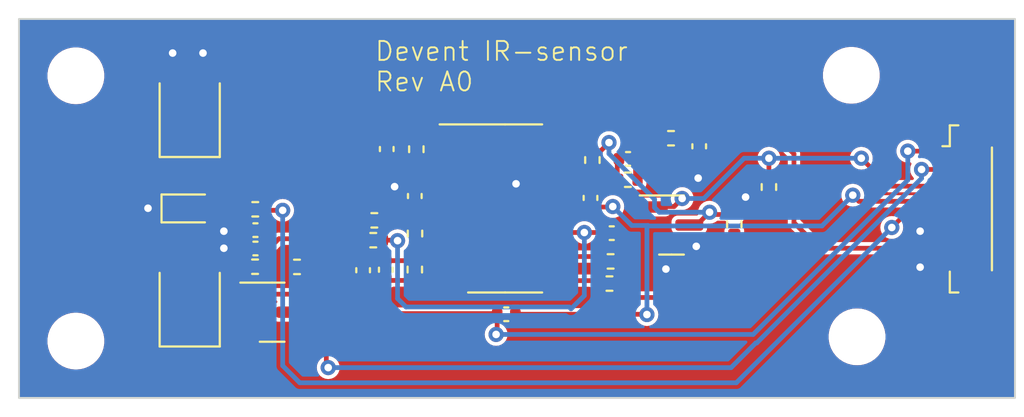
<source format=kicad_pcb>
(kicad_pcb (version 20221018) (generator pcbnew)
  (layers (0 "F.Cu" signal) (31 "B.Cu" signal) (34 "B.Paste" user) (35 "F.Paste" user) (36 "B.SilkS" user "B.Silkscreen") (37 "F.SilkS" user "F.Silkscreen") (38 "B.Mask" user) (39 "F.Mask" user) (44 "Edge.Cuts" user))
  (net 0 "")
  (net 1 "Net-(U1C-+)")
  (net 2 "GND")
  (net 3 "Net-(D1-K)")
  (net 4 "Net-(U1B-+)")
  (net 5 "Net-(D2-K)")
  (net 6 "Net-(U1B--)")
  (net 7 "/PWM_SEND")
  (net 8 "/PWM_RCV")
  (net 9 "Net-(U1C--)")
  (net 10 "+2V5")
  (net 11 "Net-(C5-Pad2)")
  (net 12 "Net-(C6-Pad1)")
  (net 13 "Net-(Q2-D)")
  (net 14 "Net-(R4-Pad1)")
  (net 15 "/DOG")
  (net 16 "-2V5")
  (net 17 "Net-(D1-A)")
  (net 18 "/INDICATOR")
  (net 19 "Net-(D3-A)")
  (net 20 "Net-(C13-Pad1)")
  (net 21 "Net-(U1D--)")
  (footprint "LED_SMD:LED_0603_1608Metric" (layer "F.Cu") (at 59 60)
    (fp_text reference "D3" hide)
    (fp_text value "LED" hide)
    (fp_line (start -1.485 -0.735) (end -1.485 0.735) (stroke (width 0.12)) (layer "F.SilkS"))
    (fp_line (start -1.485 0.735) (end 0.8 0.735) (stroke (width 0.12)) (layer "F.SilkS"))
    (fp_line (start 0.8 -0.735) (end -1.485 -0.735) (stroke (width 0.12)) (layer "F.SilkS"))
    (pad "1" smd roundrect (at -0.7875 0) (size 0.875 0.95) (layers "F.Cu" "F.Paste" "F.Mask") (net 2 "GND"))
    (pad "2" smd roundrect (at 0.7875 0) (size 0.875 0.95) (layers "F.Cu" "F.Paste" "F.Mask") (net 19 "Net-(D3-A)"))
  )
  (footprint "MountingHole:MountingHole_2.5mm" (layer "F.Cu") (at 53 67)
    (fp_text reference "H4" hide)
    (fp_text value "MountingHole" hide)
    (pad "" np_thru_hole circle (at 0 0) (size 2.5 2.5) (drill 2.5) (layers "*.Cu" "*.Mask"))
  )
  (footprint "Connector_JST:JST_SUR_BM08B-SURS-TF_1x08-1MP_P0.80mm_Vertical" (layer "F.Cu") (at 100.075 60.025 -90)
    (fp_text reference "J1" hide)
    (fp_text value "Conn_01x06_Pin" hide)
    (fp_line (start -4.41 0.56) (end -4.41 1.01) (stroke (width 0.12)) (layer "F.SilkS"))
    (fp_line (start -4.41 1.01) (end -3.31 1.01) (stroke (width 0.12)) (layer "F.SilkS"))
    (fp_line (start -3.31 1.01) (end -3.31 1.4) (stroke (width 0.12)) (layer "F.SilkS"))
    (fp_line (start -3.24 -1.21) (end 3.24 -1.21) (stroke (width 0.12)) (layer "F.SilkS"))
    (fp_line (start 4.41 0.56) (end 4.41 1.01) (stroke (width 0.12)) (layer "F.SilkS"))
    (fp_line (start 4.41 1.01) (end 3.31 1.01) (stroke (width 0.12)) (layer "F.SilkS"))
    (pad "1" smd roundrect (at -2.8 0.85 270) (size 0.5 1.1) (layers "F.Cu" "F.Paste" "F.Mask") (net 10 "+2V5"))
    (pad "2" smd roundrect (at -2 0.85 270) (size 0.5 1.1) (layers "F.Cu" "F.Paste" "F.Mask") (net 7 "/PWM_SEND"))
    (pad "3" smd roundrect (at -1.2 0.85 270) (size 0.5 1.1) (layers "F.Cu" "F.Paste" "F.Mask") (net 8 "/PWM_RCV"))
    (pad "4" smd roundrect (at -0.4 0.85 270) (size 0.5 1.1) (layers "F.Cu" "F.Paste" "F.Mask") (net 16 "-2V5"))
    (pad "5" smd roundrect (at 0.4 0.85 270) (size 0.5 1.1) (layers "F.Cu" "F.Paste" "F.Mask") (net 18 "/INDICATOR"))
    (pad "6" smd roundrect (at 1.2 0.85 270) (size 0.5 1.1) (layers "F.Cu" "F.Paste" "F.Mask") (net 2 "GND"))
    (pad "7" smd roundrect (at 2 0.85 270) (size 0.5 1.1) (layers "F.Cu" "F.Paste" "F.Mask") (net 15 "/DOG"))
    (pad "8" smd roundrect (at 2.8 0.85 270) (size 0.5 1.1) (layers "F.Cu" "F.Paste" "F.Mask") (net 2 "GND"))
    (pad "MP" smd roundrect (at -4.1 -0.55 270) (size 1.2 1.7) (layers "F.Cu" "F.Paste" "F.Mask") (roundrect_rratio 0.2083333333))
    (pad "MP" smd roundrect (at 4.1 -0.55 270) (size 1.2 1.7) (layers "F.Cu" "F.Paste" "F.Mask") (roundrect_rratio 0.2083333333))
  )
  (footprint "Resistor_SMD:R_0402_1005Metric" (layer "F.Cu") (at 70.875 61.325 -90)
    (fp_text reference "R3" hide)
    (fp_text value "1k" hide)
    (fp_line (start -0.153641 -0.38) (end 0.153641 -0.38) (stroke (width 0.12)) (layer "F.SilkS"))
    (fp_line (start -0.153641 0.38) (end 0.153641 0.38) (stroke (width 0.12)) (layer "F.SilkS"))
    (pad "1" smd roundrect (at -0.51 0 270) (size 0.54 0.64) (layers "F.Cu" "F.Paste" "F.Mask") (net 2 "GND"))
    (pad "2" smd roundrect (at 0.51 0 270) (size 0.54 0.64) (layers "F.Cu" "F.Paste" "F.Mask") (net 6 "Net-(U1B--)"))
  )
  (footprint "Capacitor_SMD:C_0402_1005Metric" (layer "F.Cu") (at 62.465 61.145 180)
    (fp_text reference "C7" hide)
    (fp_text value "2.2u" hide)
    (fp_line (start -0.107836 -0.36) (end 0.107836 -0.36) (stroke (width 0.12)) (layer "F.SilkS"))
    (fp_line (start -0.107836 0.36) (end 0.107836 0.36) (stroke (width 0.12)) (layer "F.SilkS"))
    (pad "1" smd roundrect (at -0.48 0 180) (size 0.56 0.62) (layers "F.Cu" "F.Paste" "F.Mask") (net 10 "+2V5"))
    (pad "2" smd roundrect (at 0.48 0 180) (size 0.56 0.62) (layers "F.Cu" "F.Paste" "F.Mask") (net 2 "GND"))
  )
  (footprint "Capacitor_SMD:C_0402_1005Metric" (layer "F.Cu") (at 69.335 63.235 -90)
    (fp_text reference "C5" hide)
    (fp_text value "10n" hide)
    (fp_line (start -0.107836 -0.36) (end 0.107836 -0.36) (stroke (width 0.12)) (layer "F.SilkS"))
    (fp_line (start -0.107836 0.36) (end 0.107836 0.36) (stroke (width 0.12)) (layer "F.SilkS"))
    (pad "1" smd roundrect (at -0.48 0 270) (size 0.56 0.62) (layers "F.Cu" "F.Paste" "F.Mask") (net 6 "Net-(U1B--)"))
    (pad "2" smd roundrect (at 0.48 0 270) (size 0.56 0.62) (layers "F.Cu" "F.Paste" "F.Mask") (net 11 "Net-(C5-Pad2)"))
  )
  (footprint "Resistor_SMD:R_0402_1005Metric" (layer "F.Cu") (at 64.655 63.085)
    (fp_text reference "R12" hide)
    (fp_text value "100k" hide)
    (fp_line (start -0.153641 -0.38) (end 0.153641 -0.38) (stroke (width 0.12)) (layer "F.SilkS"))
    (fp_line (start -0.153641 0.38) (end 0.153641 0.38) (stroke (width 0.12)) (layer "F.SilkS"))
    (pad "1" smd roundrect (at -0.51 0) (size 0.54 0.64) (layers "F.Cu" "F.Paste" "F.Mask") (net 2 "GND"))
    (pad "2" smd roundrect (at 0.51 0) (size 0.54 0.64) (layers "F.Cu" "F.Paste" "F.Mask") (net 7 "/PWM_SEND"))
  )
  (footprint "Package_SO:SOIC-14_3.9x8.7mm_P1.27mm" (layer "F.Cu") (at 75.625 60)
    (fp_text reference "U1" hide)
    (fp_text value "MCP6004" hide)
    (fp_line (start 0 -4.435) (end -3.45 -4.435) (stroke (width 0.12)) (layer "F.SilkS"))
    (fp_line (start 0 -4.435) (end 1.95 -4.435) (stroke (width 0.12)) (layer "F.SilkS"))
    (fp_line (start 0 4.435) (end -1.95 4.435) (stroke (width 0.12)) (layer "F.SilkS"))
    (fp_line (start 0 4.435) (end 1.95 4.435) (stroke (width 0.12)) (layer "F.SilkS"))
    (pad "1" smd roundrect (at -2.475 -3.81) (size 1.95 0.6) (layers "F.Cu" "F.Paste" "F.Mask") (net 4 "Net-(U1B-+)"))
    (pad "2" smd roundrect (at -2.475 -2.54) (size 1.95 0.6) (layers "F.Cu" "F.Paste" "F.Mask") (net 5 "Net-(D2-K)"))
    (pad "3" smd roundrect (at -2.475 -1.27) (size 1.95 0.6) (layers "F.Cu" "F.Paste" "F.Mask") (net 2 "GND"))
    (pad "4" smd roundrect (at -2.475 0) (size 1.95 0.6) (layers "F.Cu" "F.Paste" "F.Mask") (net 10 "+2V5"))
    (pad "5" smd roundrect (at -2.475 1.27) (size 1.95 0.6) (layers "F.Cu" "F.Paste" "F.Mask") (net 4 "Net-(U1B-+)"))
    (pad "6" smd roundrect (at -2.475 2.54) (size 1.95 0.6) (layers "F.Cu" "F.Paste" "F.Mask") (net 6 "Net-(U1B--)"))
    (pad "7" smd roundrect (at -2.475 3.81) (size 1.95 0.6) (layers "F.Cu" "F.Paste" "F.Mask") (net 11 "Net-(C5-Pad2)"))
    (pad "8" smd roundrect (at 2.475 3.81) (size 1.95 0.6) (layers "F.Cu" "F.Paste" "F.Mask") (net 14 "Net-(R4-Pad1)"))
    (pad "9" smd roundrect (at 2.475 2.54) (size 1.95 0.6) (layers "F.Cu" "F.Paste" "F.Mask") (net 9 "Net-(U1C--)"))
    (pad "10" smd roundrect (at 2.475 1.27) (size 1.95 0.6) (layers "F.Cu" "F.Paste" "F.Mask") (net 1 "Net-(U1C-+)"))
    (pad "11" smd roundrect (at 2.475 0) (size 1.95 0.6) (layers "F.Cu" "F.Paste" "F.Mask") (net 16 "-2V5"))
    (pad "12" smd roundrect (at 2.475 -1.27) (size 1.95 0.6) (layers "F.Cu" "F.Paste" "F.Mask") (net 2 "GND"))
    (pad "13" smd roundrect (at 2.475 -2.54) (size 1.95 0.6) (layers "F.Cu" "F.Paste" "F.Mask") (net 21 "Net-(U1D--)"))
    (pad "14" smd roundrect (at 2.475 -3.81) (size 1.95 0.6) (layers "F.Cu" "F.Paste" "F.Mask") (net 20 "Net-(C13-Pad1)"))
  )
  (footprint "Package_TO_SOT_SMD:SOT-23" (layer "F.Cu") (at 63.345 65.475)
    (fp_text reference "Q1" hide)
    (fp_text value "BSS138" hide)
    (fp_line (start 0 -1.56) (end -1.675 -1.56) (stroke (width 0.12)) (layer "F.SilkS"))
    (fp_line (start 0 -1.56) (end 0.65 -1.56) (stroke (width 0.12)) (layer "F.SilkS"))
    (fp_line (start 0 1.56) (end -0.65 1.56) (stroke (width 0.12)) (layer "F.SilkS"))
    (fp_line (start 0 1.56) (end 0.65 1.56) (stroke (width 0.12)) (layer "F.SilkS"))
    (pad "1" smd roundrect (at -0.9375 -0.95) (size 1.475 0.6) (layers "F.Cu" "F.Paste" "F.Mask") (net 7 "/PWM_SEND"))
    (pad "2" smd roundrect (at -0.9375 0.95) (size 1.475 0.6) (layers "F.Cu" "F.Paste" "F.Mask") (net 2 "GND"))
    (pad "3" smd roundrect (at 0.9375 0) (size 1.475 0.6) (layers "F.Cu" "F.Paste" "F.Mask") (net 3 "Net-(D1-K)"))
  )
  (footprint "Resistor_SMD:R_0402_1005Metric" (layer "F.Cu") (at 62.455 60.045)
    (fp_text reference "R13" hide)
    (fp_text value "1k" hide)
    (fp_line (start -0.153641 -0.38) (end 0.153641 -0.38) (stroke (width 0.12)) (layer "F.SilkS"))
    (fp_line (start -0.153641 0.38) (end 0.153641 0.38) (stroke (width 0.12)) (layer "F.SilkS"))
    (pad "1" smd roundrect (at -0.51 0) (size 0.54 0.64) (layers "F.Cu" "F.Paste" "F.Mask") (net 19 "Net-(D3-A)"))
    (pad "2" smd roundrect (at 0.51 0) (size 0.54 0.64) (layers "F.Cu" "F.Paste" "F.Mask") (net 18 "/INDICATOR"))
  )
  (footprint "MountingHole:MountingHole_2.5mm" (layer "F.Cu") (at 53 53)
    (fp_text reference "H3" hide)
    (fp_text value "MountingHole" hide)
    (pad "" np_thru_hole circle (at 0 0) (size 2.5 2.5) (drill 2.5) (layers "*.Cu" "*.Mask"))
  )
  (footprint "Resistor_SMD:R_0402_1005Metric" (layer "F.Cu") (at 70.945 56.875 90)
    (fp_text reference "R1" hide)
    (fp_text value "100k" hide)
    (fp_line (start -0.153641 -0.38) (end 0.153641 -0.38) (stroke (width 0.12)) (layer "F.SilkS"))
    (fp_line (start -0.153641 0.38) (end 0.153641 0.38) (stroke (width 0.12)) (layer "F.SilkS"))
    (pad "1" smd roundrect (at -0.51 0 90) (size 0.54 0.64) (layers "F.Cu" "F.Paste" "F.Mask") (net 5 "Net-(D2-K)"))
    (pad "2" smd roundrect (at 0.51 0 90) (size 0.54 0.64) (layers "F.Cu" "F.Paste" "F.Mask") (net 4 "Net-(U1B-+)"))
  )
  (footprint "Resistor_SMD:R_0402_1005Metric" (layer "F.Cu") (at 84.37 56.295 180)
    (fp_text reference "R18" hide)
    (fp_text value "10k" hide)
    (fp_line (start -0.153641 -0.38) (end 0.153641 -0.38) (stroke (width 0.12)) (layer "F.SilkS"))
    (fp_line (start -0.153641 0.38) (end 0.153641 0.38) (stroke (width 0.12)) (layer "F.SilkS"))
    (pad "1" smd roundrect (at -0.51 0 180) (size 0.54 0.64) (layers "F.Cu" "F.Paste" "F.Mask") (net 15 "/DOG"))
    (pad "2" smd roundrect (at 0.51 0 180) (size 0.54 0.64) (layers "F.Cu" "F.Paste" "F.Mask") (net 20 "Net-(C13-Pad1)"))
  )
  (footprint "Resistor_SMD:R_0402_1005Metric" (layer "F.Cu") (at 89.53 58.87 90)
    (fp_text reference "R7" hide)
    (fp_text value "100k" hide)
    (fp_line (start -0.153641 -0.38) (end 0.153641 -0.38) (stroke (width 0.12)) (layer "F.SilkS"))
    (fp_line (start -0.153641 0.38) (end 0.153641 0.38) (stroke (width 0.12)) (layer "F.SilkS"))
    (pad "1" smd roundrect (at -0.51 0 90) (size 0.54 0.64) (layers "F.Cu" "F.Paste" "F.Mask") (net 2 "GND"))
    (pad "2" smd roundrect (at 0.51 0 90) (size 0.54 0.64) (layers "F.Cu" "F.Paste" "F.Mask") (net 8 "/PWM_RCV"))
  )
  (footprint "Resistor_SMD:R_0402_1005Metric" (layer "F.Cu") (at 62.445 63.075)
    (fp_text reference "R11" hide)
    (fp_text value "27" hide)
    (fp_line (start -0.153641 -0.38) (end 0.153641 -0.38) (stroke (width 0.12)) (layer "F.SilkS"))
    (fp_line (start -0.153641 0.38) (end 0.153641 0.38) (stroke (width 0.12)) (layer "F.SilkS"))
    (pad "1" smd roundrect (at -0.51 0) (size 0.54 0.64) (layers "F.Cu" "F.Paste" "F.Mask") (net 17 "Net-(D1-A)"))
    (pad "2" smd roundrect (at 0.51 0) (size 0.54 0.64) (layers "F.Cu" "F.Paste" "F.Mask") (net 10 "+2V5"))
  )
  (footprint "Package_TO_SOT_SMD:SOT-23" (layer "F.Cu") (at 84.395 60.875)
    (fp_text reference "Q2" hide)
    (fp_text value "BSS138" hide)
    (fp_line (start 0 -1.56) (end -1.675 -1.56) (stroke (width 0.12)) (layer "F.SilkS"))
    (fp_line (start 0 -1.56) (end 0.65 -1.56) (stroke (width 0.12)) (layer "F.SilkS"))
    (fp_line (start 0 1.56) (end -0.65 1.56) (stroke (width 0.12)) (layer "F.SilkS"))
    (fp_line (start 0 1.56) (end 0.65 1.56) (stroke (width 0.12)) (layer "F.SilkS"))
    (pad "1" smd roundrect (at -0.9375 -0.95) (size 1.475 0.6) (layers "F.Cu" "F.Paste" "F.Mask") (net 8 "/PWM_RCV"))
    (pad "2" smd roundrect (at -0.9375 0.95) (size 1.475 0.6) (layers "F.Cu" "F.Paste" "F.Mask") (net 2 "GND"))
    (pad "3" smd roundrect (at 0.9375 0) (size 1.475 0.6) (layers "F.Cu" "F.Paste" "F.Mask") (net 13 "Net-(Q2-D)"))
  )
  (footprint "Capacitor_SMD:C_0402_1005Metric" (layer "F.Cu") (at 82.105 57.385 180)
    (fp_text reference "C13" hide)
    (fp_text value "100n" hide)
    (fp_line (start -0.107836 -0.36) (end 0.107836 -0.36) (stroke (width 0.12)) (layer "F.SilkS"))
    (fp_line (start -0.107836 0.36) (end 0.107836 0.36) (stroke (width 0.12)) (layer "F.SilkS"))
    (pad "1" smd roundrect (at -0.48 0 180) (size 0.56 0.62) (layers "F.Cu" "F.Paste" "F.Mask") (net 20 "Net-(C13-Pad1)"))
    (pad "2" smd roundrect (at 0.48 0 180) (size 0.56 0.62) (layers "F.Cu" "F.Paste" "F.Mask") (net 21 "Net-(U1D--)"))
  )
  (footprint "LED_SMD:LED_1210_3225Metric" (layer "F.Cu") (at 59 65 90)
    (fp_text reference "D1" hide)
    (fp_text value "IR-LED" hide)
    (fp_line (start -2.285 -1.585) (end -2.285 1.585) (stroke (width 0.12)) (layer "F.SilkS"))
    (fp_line (start -2.285 1.585) (end 1.6 1.585) (stroke (width 0.12)) (layer "F.SilkS"))
    (fp_line (start 1.6 -1.585) (end -2.285 -1.585) (stroke (width 0.12)) (layer "F.SilkS"))
    (pad "1" smd roundrect (at -1.4 0 90) (size 1.25 2.65) (layers "F.Cu" "F.Paste" "F.Mask") (roundrect_rratio 0.2) (net 3 "Net-(D1-K)"))
    (pad "2" smd roundrect (at 1.4 0 90) (size 1.25 2.65) (layers "F.Cu" "F.Paste" "F.Mask") (roundrect_rratio 0.2) (net 17 "Net-(D1-A)"))
  )
  (footprint "Resistor_SMD:R_0402_1005Metric" (layer "F.Cu") (at 80.225 57.445 90)
    (fp_text reference "R16" hide)
    (fp_text value "1k" hide)
    (fp_line (start -0.153641 -0.38) (end 0.153641 -0.38) (stroke (width 0.12)) (layer "F.SilkS"))
    (fp_line (start -0.153641 0.38) (end 0.153641 0.38) (stroke (width 0.12)) (layer "F.SilkS"))
    (pad "1" smd roundrect (at -0.51 0 90) (size 0.54 0.64) (layers "F.Cu" "F.Paste" "F.Mask") (net 21 "Net-(U1D--)"))
    (pad "2" smd roundrect (at 0.51 0 90) (size 0.54 0.64) (layers "F.Cu" "F.Paste" "F.Mask") (net 13 "Net-(Q2-D)"))
  )
  (footprint "Resistor_SMD:R_0402_1005Metric" (layer "F.Cu") (at 68.731 60.627)
    (fp_text reference "R14" hide)
    (fp_text value "1k" hide)
    (fp_line (start -0.153641 -0.38) (end 0.153641 -0.38) (stroke (width 0.12)) (layer "F.SilkS"))
    (fp_line (start -0.153641 0.38) (end 0.153641 0.38) (stroke (width 0.12)) (layer "F.SilkS"))
    (pad "1" smd roundrect (at -0.51 0) (size 0.54 0.64) (layers "F.Cu" "F.Paste" "F.Mask") (net 12 "Net-(C6-Pad1)"))
    (pad "2" smd roundrect (at 0.51 0) (size 0.54 0.64) (layers "F.Cu" "F.Paste" "F.Mask") (net 2 "GND"))
  )
  (footprint "Resistor_SMD:R_0402_1005Metric" (layer "F.Cu") (at 87.705 60.83 -90)
    (fp_text reference "R6" hide)
    (fp_text value "100" hide)
    (fp_line (start -0.153641 -0.38) (end 0.153641 -0.38) (stroke (width 0.12)) (layer "F.SilkS"))
    (fp_line (start -0.153641 0.38) (end 0.153641 0.38) (stroke (width 0.12)) (layer "F.SilkS"))
    (pad "1" smd roundrect (at -0.51 0 270) (size 0.54 0.64) (layers "F.Cu" "F.Paste" "F.Mask") (net 13 "Net-(Q2-D)"))
    (pad "2" smd roundrect (at 0.51 0 270) (size 0.54 0.64) (layers "F.Cu" "F.Paste" "F.Mask") (net 14 "Net-(R4-Pad1)"))
  )
  (footprint "Capacitor_SMD:C_0402_1005Metric" (layer "F.Cu") (at 81.245 61.305)
    (fp_text reference "C9" hide)
    (fp_text value "100n" hide)
    (fp_line (start -0.107836 -0.36) (end 0.107836 -0.36) (stroke (width 0.12)) (layer "F.SilkS"))
    (fp_line (start -0.107836 0.36) (end 0.107836 0.36) (stroke (width 0.12)) (layer "F.SilkS"))
    (pad "1" smd roundrect (at -0.48 0) (size 0.56 0.62) (layers "F.Cu" "F.Paste" "F.Mask") (net 1 "Net-(U1C-+)"))
    (pad "2" smd roundrect (at 0.48 0) (size 0.56 0.62) (layers "F.Cu" "F.Paste" "F.Mask") (net 2 "GND"))
  )
  (footprint "Resistor_SMD:R_0402_1005Metric" (layer "F.Cu") (at 81.125 63.965)
    (fp_text reference "R4" hide)
    (fp_text value "10k" hide)
    (fp_line (start -0.153641 -0.38) (end 0.153641 -0.38) (stroke (width 0.12)) (layer "F.SilkS"))
    (fp_line (start -0.153641 0.38) (end 0.153641 0.38) (stroke (width 0.12)) (layer "F.SilkS"))
    (pad "1" smd roundrect (at -0.51 0) (size 0.54 0.64) (layers "F.Cu" "F.Paste" "F.Mask") (net 14 "Net-(R4-Pad1)"))
    (pad "2" smd roundrect (at 0.51 0) (size 0.54 0.64) (layers "F.Cu" "F.Paste" "F.Mask") (net 9 "Net-(U1C--)"))
  )
  (footprint "LED_SMD:LED_1210_3225Metric" (layer "F.Cu") (at 59 55 90)
    (fp_text reference "D2" hide)
    (fp_text value "D_Photo" hide)
    (fp_line (start -2.285 -1.585) (end -2.285 1.585) (stroke (width 0.12)) (layer "F.SilkS"))
    (fp_line (start -2.285 1.585) (end 1.6 1.585) (stroke (width 0.12)) (layer "F.SilkS"))
    (fp_line (start 1.6 -1.585) (end -2.285 -1.585) (stroke (width 0.12)) (layer "F.SilkS"))
    (pad "1" smd roundrect (at -1.4 0 90) (size 1.25 2.65) (layers "F.Cu" "F.Paste" "F.Mask") (roundrect_rratio 0.2) (net 5 "Net-(D2-K)"))
    (pad "2" smd roundrect (at 1.4 0 90) (size 1.25 2.65) (layers "F.Cu" "F.Paste" "F.Mask") (roundrect_rratio 0.2) (net 2 "GND"))
  )
  (footprint "Resistor_SMD:R_0402_1005Metric" (layer "F.Cu") (at 82.095 58.485 180)
    (fp_text reference "R17" hide)
    (fp_text value "100k" hide)
    (fp_line (start -0.153641 -0.38) (end 0.153641 -0.38) (stroke (width 0.12)) (layer "F.SilkS"))
    (fp_line (start -0.153641 0.38) (end 0.153641 0.38) (stroke (width 0.12)) (layer "F.SilkS"))
    (pad "1" smd roundrect (at -0.51 0 180) (size 0.54 0.64) (layers "F.Cu" "F.Paste" "F.Mask") (net 20 "Net-(C13-Pad1)"))
    (pad "2" smd roundrect (at 0.51 0 180) (size 0.54 0.64) (layers "F.Cu" "F.Paste" "F.Mask") (net 21 "Net-(U1D--)"))
  )
  (footprint "MountingHole:MountingHole_2.5mm" (layer "F.Cu") (at 94.175 66.775)
    (fp_text reference "H2" hide)
    (fp_text value "MountingHole" hide)
    (pad "" np_thru_hole circle (at 0 0) (size 2.5 2.5) (drill 2.5) (layers "*.Cu" "*.Mask"))
  )
  (footprint "Capacitor_SMD:C_0402_1005Metric" (layer "F.Cu") (at 69.385 56.865 90)
    (fp_text reference "C1" hide)
    (fp_text value "10n" hide)
    (fp_line (start -0.107836 -0.36) (end 0.107836 -0.36) (stroke (width 0.12)) (layer "F.SilkS"))
    (fp_line (start -0.107836 0.36) (end 0.107836 0.36) (stroke (width 0.12)) (layer "F.SilkS"))
    (pad "1" smd roundrect (at -0.48 0 90) (size 0.56 0.62) (layers "F.Cu" "F.Paste" "F.Mask") (net 5 "Net-(D2-K)"))
    (pad "2" smd roundrect (at 0.48 0 90) (size 0.56 0.62) (layers "F.Cu" "F.Paste" "F.Mask") (net 4 "Net-(U1B-+)"))
  )
  (footprint "Capacitor_SMD:C_0402_1005Metric" (layer "F.Cu") (at 70.865 59.345 -90)
    (fp_text reference "C2" hide)
    (fp_text value "100n" hide)
    (fp_line (start -0.107836 -0.36) (end 0.107836 -0.36) (stroke (width 0.12)) (layer "F.SilkS"))
    (fp_line (start -0.107836 0.36) (end 0.107836 0.36) (stroke (width 0.12)) (layer "F.SilkS"))
    (pad "1" smd roundrect (at -0.48 0 270) (size 0.56 0.62) (layers "F.Cu" "F.Paste" "F.Mask") (net 2 "GND"))
    (pad "2" smd roundrect (at 0.48 0 270) (size 0.56 0.62) (layers "F.Cu" "F.Paste" "F.Mask") (net 10 "+2V5"))
  )
  (footprint "Resistor_SMD:R_0402_1005Metric" (layer "F.Cu") (at 68.675 61.675)
    (fp_text reference "R15" hide)
    (fp_text value "4.7k" hide)
    (fp_line (start -0.153641 -0.38) (end 0.153641 -0.38) (stroke (width 0.12)) (layer "F.SilkS"))
    (fp_line (start -0.153641 0.38) (end 0.153641 0.38) (stroke (width 0.12)) (layer "F.SilkS"))
    (pad "1" smd roundrect (at -0.51 0) (size 0.54 0.64) (layers "F.Cu" "F.Paste" "F.Mask") (net 12 "Net-(C6-Pad1)"))
    (pad "2" smd roundrect (at 0.51 0) (size 0.54 0.64) (layers "F.Cu" "F.Paste" "F.Mask") (net 1 "Net-(U1C-+)"))
  )
  (footprint "Resistor_SMD:R_0402_1005Metric" (layer "F.Cu") (at 70.865 63.225 -90)
    (fp_text reference "R2" hide)
    (fp_text value "100k" hide)
    (fp_line (start -0.153641 -0.38) (end 0.153641 -0.38) (stroke (width 0.12)) (layer "F.SilkS"))
    (fp_line (start -0.153641 0.38) (end 0.153641 0.38) (stroke (width 0.12)) (layer "F.SilkS"))
    (pad "1" smd roundrect (at -0.51 0 270) (size 0.54 0.64) (layers "F.Cu" "F.Paste" "F.Mask") (net 6 "Net-(U1B--)"))
    (pad "2" smd roundrect (at 0.51 0 270) (size 0.54 0.64) (layers "F.Cu" "F.Paste" "F.Mask") (net 11 "Net-(C5-Pad2)"))
  )
  (footprint "Capacitor_SMD:C_0402_1005Metric" (layer "F.Cu") (at 85.855 56.72 -90)
    (fp_text reference "C11" hide)
    (fp_text value "100n" hide)
    (fp_line (start -0.107836 -0.36) (end 0.107836 -0.36) (stroke (width 0.12)) (layer "F.SilkS"))
    (fp_line (start -0.107836 0.36) (end 0.107836 0.36) (stroke (width 0.12)) (layer "F.SilkS"))
    (pad "1" smd roundrect (at -0.48 0 270) (size 0.56 0.62) (layers "F.Cu" "F.Paste" "F.Mask") (net 15 "/DOG"))
    (pad "2" smd roundrect (at 0.48 0 270) (size 0.56 0.62) (layers "F.Cu" "F.Paste" "F.Mask") (net 2 "GND"))
  )
  (footprint "Capacitor_SMD:C_0402_1005Metric" (layer "F.Cu") (at 62.465 62.115 180)
    (fp_text reference "C4" hide)
    (fp_text value "100n" hide)
    (fp_line (start -0.107836 -0.36) (end 0.107836 -0.36) (stroke (width 0.12)) (layer "F.SilkS"))
    (fp_line (start -0.107836 0.36) (end 0.107836 0.36) (stroke (width 0.12)) (layer "F.SilkS"))
    (pad "1" smd roundrect (at -0.48 0 180) (size 0.56 0.62) (layers "F.Cu" "F.Paste" "F.Mask") (net 10 "+2V5"))
    (pad "2" smd roundrect (at 0.48 0 180) (size 0.56 0.62) (layers "F.Cu" "F.Paste" "F.Mask") (net 2 "GND"))
  )
  (footprint "Capacitor_SMD:C_0402_1005Metric" (layer "F.Cu") (at 68.14 63.26 -90)
    (fp_text reference "C6" hide)
    (fp_text value "100n" hide)
    (fp_line (start -0.107836 -0.36) (end 0.107836 -0.36) (stroke (width 0.12)) (layer "F.SilkS"))
    (fp_line (start -0.107836 0.36) (end 0.107836 0.36) (stroke (width 0.12)) (layer "F.SilkS"))
    (pad "1" smd roundrect (at -0.48 0 270) (size 0.56 0.62) (layers "F.Cu" "F.Paste" "F.Mask") (net 12 "Net-(C6-Pad1)"))
    (pad "2" smd roundrect (at 0.48 0 270) (size 0.56 0.62) (layers "F.Cu" "F.Paste" "F.Mask") (net 11 "Net-(C5-Pad2)"))
  )
  (footprint "Capacitor_SMD:C_0402_1005Metric" (layer "F.Cu") (at 75.685 65.585)
    (fp_text reference "C3" hide)
    (fp_text value "100n" hide)
    (fp_line (start -0.107836 -0.36) (end 0.107836 -0.36) (stroke (width 0.12)) (layer "F.SilkS"))
    (fp_line (start -0.107836 0.36) (end 0.107836 0.36) (stroke (width 0.12)) (layer "F.SilkS"))
    (pad "1" smd roundrect (at -0.48 0) (size 0.56 0.62) (layers "F.Cu" "F.Paste" "F.Mask") (net 10 "+2V5"))
    (pad "2" smd roundrect (at 0.48 0) (size 0.56 0.62) (layers "F.Cu" "F.Paste" "F.Mask") (net 16 "-2V5"))
  )
  (footprint "Resistor_SMD:R_0402_1005Metric" (layer "F.Cu") (at 81.185 62.795)
    (fp_text reference "R5" hide)
    (fp_text value "1k" hide)
    (fp_line (start -0.153641 -0.38) (end 0.153641 -0.38) (stroke (width 0.12)) (layer "F.SilkS"))
    (fp_line (start -0.153641 0.38) (end 0.153641 0.38) (stroke (width 0.12)) (layer "F.SilkS"))
    (pad "1" smd roundrect (at -0.51 0) (size 0.54 0.64) (layers "F.Cu" "F.Paste" "F.Mask") (net 9 "Net-(U1C--)"))
    (pad "2" smd roundrect (at 0.51 0) (size 0.54 0.64) (layers "F.Cu" "F.Paste" "F.Mask") (net 2 "GND"))
  )
  (footprint "Capacitor_SMD:C_0402_1005Metric" (layer "F.Cu") (at 80.125 59.445 -90)
    (fp_text reference "C10" hide)
    (fp_text value "100n" hide)
    (fp_line (start -0.107836 -0.36) (end 0.107836 -0.36) (stroke (width 0.12)) (layer "F.SilkS"))
    (fp_line (start -0.107836 0.36) (end 0.107836 0.36) (stroke (width 0.12)) (layer "F.SilkS"))
    (pad "1" smd roundrect (at -0.48 0 270) (size 0.56 0.62) (layers "F.Cu" "F.Paste" "F.Mask") (net 2 "GND"))
    (pad "2" smd roundrect (at 0.48 0 270) (size 0.56 0.62) (layers "F.Cu" "F.Paste" "F.Mask") (net 16 "-2V5"))
  )
  (footprint "MountingHole:MountingHole_2.5mm" (layer "F.Cu") (at 93.875 52.975)
    (fp_text reference "H1" hide)
    (fp_text value "MountingHole" hide)
    (pad "" np_thru_hole circle (at 0 0) (size 2.5 2.5) (drill 2.5) (layers "*.Cu" "*.Mask"))
  )
  (gr_rect (start 50 50) (end 102.5 70) (stroke (width 0.1)) (fill none) (layer "Edge.Cuts"))
  (gr_text "Devent IR-sensor\nRev A0" (at 68.7 53.9) (layer "F.SilkS") (effects (font (size 1 1) (thickness 0.1)) (justify left bottom)))
  (segment (start 80.67 61.27) (end 80.7 61.3) (width 0.25) (layer "F.Cu") (net 1))
  (segment (start 69.185 61.675) (end 69.9305 61.675) (width 0.25) (layer "F.Cu") (net 1))
  (segment (start 69.9305 61.675) (end 69.9555 61.7) (width 0.25) (layer "F.Cu") (net 1))
  (segment (start 78.1 61.27) (end 80.67 61.27) (width 0.25) (layer "F.Cu") (net 1))
  (via (at 79.8 61.27) (size 0.8) (drill 0.4) (layers "F.Cu" "B.Cu") (net 1))
  (via (at 69.9555 61.7) (size 0.8) (drill 0.4) (layers "F.Cu" "B.Cu") (net 1))
  (segment (start 70.4 65.2) (end 79 65.2) (width 0.25) (layer "B.Cu") (net 1))
  (segment (start 79.8 64.6) (end 79.8 61.27) (width 0.25) (layer "B.Cu") (net 1))
  (segment (start 69.9555 61.7) (end 69.9555 64.7555) (width 0.25) (layer "B.Cu") (net 1))
  (segment (start 79.1 65.3) (end 79.8 64.6) (width 0.25) (layer "B.Cu") (net 1))
  (segment (start 69.9555 64.7555) (end 70.4 65.2) (width 0.25) (layer "B.Cu") (net 1))
  (segment (start 79 65.2) (end 79.1 65.3) (width 0.25) (layer "B.Cu") (net 1))
  (segment (start 61.985 61.145) (end 60.855 61.145) (width 0.25) (layer "F.Cu") (net 2))
  (segment (start 97.775 62.825) (end 97.5 63.1) (width 0.25) (layer "F.Cu") (net 2))
  (segment (start 99.225 62.825) (end 97.775 62.825) (width 0.25) (layer "F.Cu") (net 2))
  (segment (start 97.525 61.225) (end 97.5 61.2) (width 0.25) (layer "F.Cu") (net 2))
  (segment (start 99.225 61.225) (end 97.525 61.225) (width 0.25) (layer "F.Cu") (net 2))
  (segment (start 60.855 61.145) (end 60.8 61.2) (width 0.25) (layer "F.Cu") (net 2))
  (via (at 69.8 58.85) (size 0.8) (drill 0.4) (layers "F.Cu" "B.Cu") (net 2))
  (via (at 60.8 61.2) (size 0.8) (drill 0.4) (layers "F.Cu" "B.Cu") (net 2))
  (via (at 60.8 62.1) (size 0.8) (drill 0.4) (layers "F.Cu" "B.Cu") (net 2))
  (via (at 59.7 51.8) (size 0.8) (drill 0.4) (layers "F.Cu" "B.Cu") (net 2))
  (via (at 85.8 58.4) (size 0.8) (drill 0.4) (layers "F.Cu" "B.Cu") (net 2))
  (via (at 76.2 58.7) (size 0.8) (drill 0.4) (layers "F.Cu" "B.Cu") (net 2))
  (via (at 97.5 61.2) (size 0.8) (drill 0.4) (layers "F.Cu" "B.Cu") (net 2))
  (via (at 56.8011 59.989427) (size 0.8) (drill 0.4) (layers "F.Cu" "B.Cu") (net 2))
  (via (at 85.7 62) (size 0.8) (drill 0.4) (layers "F.Cu" "B.Cu") (net 2))
  (via (at 84.1 63.2) (size 0.8) (drill 0.4) (layers "F.Cu" "B.Cu") (net 2))
  (via (at 58.1 51.8) (size 0.8) (drill 0.4) (layers "F.Cu" "B.Cu") (net 2))
  (via (at 97.5 63.1) (size 0.8) (drill 0.4) (layers "F.Cu" "B.Cu") (net 2))
  (via (at 88.3 59.4) (size 0.8) (drill 0.4) (layers "F.Cu" "B.Cu") (net 2))
  (segment (start 60.1 65.3) (end 61 65.3) (width 0.25) (layer "F.Cu") (net 3))
  (segment (start 61.2 65.5) (end 64.3 65.5) (width 0.25) (layer "F.Cu") (net 3))
  (segment (start 59 66.4) (end 60.1 65.3) (width 0.25) (layer "F.Cu") (net 3))
  (segment (start 61 65.3) (end 61.2 65.5) (width 0.25) (layer "F.Cu") (net 3))
  (segment (start 74.5 56.2) (end 73.5 56.2) (width 0.25) (layer "F.Cu") (net 4))
  (segment (start 74.9 60.45) (end 74.9 56.6) (width 0.25) (layer "F.Cu") (net 4))
  (segment (start 71 56.4) (end 69.5 56.4) (width 0.25) (layer "F.Cu") (net 4))
  (segment (start 74.08 61.27) (end 74.9 60.45) (width 0.25) (layer "F.Cu") (net 4))
  (segment (start 71.21 56.19) (end 71 56.4) (width 0.25) (layer "F.Cu") (net 4))
  (segment (start 73.15 56.19) (end 71.21 56.19) (width 0.25) (layer "F.Cu") (net 4))
  (segment (start 74.9 56.6) (end 74.5 56.2) (width 0.25) (layer "F.Cu") (net 4))
  (segment (start 73.15 61.27) (end 74.08 61.27) (width 0.25) (layer "F.Cu") (net 4))
  (segment (start 66.8 56.4) (end 67.7 57.3) (width 0.25) (layer "F.Cu") (net 5))
  (segment (start 71.1 57.3) (end 71.7 57.3) (width 0.25) (layer "F.Cu") (net 5))
  (segment (start 71.8 57.4) (end 73.1 57.4) (width 0.25) (layer "F.Cu") (net 5))
  (segment (start 71.7 57.3) (end 71.8 57.4) (width 0.25) (layer "F.Cu") (net 5))
  (segment (start 59 56.4) (end 66.8 56.4) (width 0.25) (layer "F.Cu") (net 5))
  (segment (start 69.5 57.3) (end 71.1 57.3) (width 0.25) (layer "F.Cu") (net 5))
  (segment (start 67.7 57.3) (end 69.5 57.3) (width 0.25) (layer "F.Cu") (net 5))
  (segment (start 73.15 62.54) (end 71.06 62.54) (width 0.25) (layer "F.Cu") (net 6))
  (segment (start 71.06 62.54) (end 70.9 62.7) (width 0.25) (layer "F.Cu") (net 6))
  (segment (start 70.9 62) (end 70.95 61.95) (width 0.25) (layer "F.Cu") (net 6))
  (segment (start 69.335 62.755) (end 70.595 62.755) (width 0.25) (layer "F.Cu") (net 6))
  (segment (start 70.9 62.7) (end 70.9 62) (width 0.25) (layer "F.Cu") (net 6))
  (segment (start 70.595 62.755) (end 70.7 62.65) (width 0.25) (layer "F.Cu") (net 6))
  (segment (start 65.165 64.49) (end 65.2 64.525) (width 0.25) (layer "F.Cu") (net 7))
  (segment (start 66.2 64.9) (end 66.2 68.3) (width 0.25) (layer "F.Cu") (net 7))
  (segment (start 65.825 64.525) (end 66.2 64.9) (width 0.25) (layer "F.Cu") (net 7))
  (segment (start 66.2 68.3) (end 66.3 68.4) (width 0.25) (layer "F.Cu") (net 7))
  (segment (start 99.3 58.1) (end 99.141816 57.941816) (width 0.25) (layer "F.Cu") (net 7))
  (segment (start 99.141816 57.941816) (end 97.575 57.941816) (width 0.25) (layer "F.Cu") (net 7))
  (segment (start 62.4075 64.525) (end 65.2 64.525) (width 0.25) (layer "F.Cu") (net 7))
  (segment (start 65.2 64.525) (end 65.825 64.525) (width 0.25) (layer "F.Cu") (net 7))
  (segment (start 65.165 63.085) (end 65.165 64.49) (width 0.25) (layer "F.Cu") (net 7))
  (via (at 97.575 57.941816) (size 0.8) (drill 0.4) (layers "F.Cu" "B.Cu") (net 7))
  (via (at 66.3 68.4) (size 0.8) (drill 0.4) (layers "F.Cu" "B.Cu") (net 7))
  (segment (start 88.886396 67.1) (end 97.575 58.411396) (width 0.25) (layer "B.Cu") (net 7))
  (segment (start 87.536396 68.4) (end 88.836396 67.1) (width 0.25) (layer "B.Cu") (net 7))
  (segment (start 66.3 68.4) (end 87.536396 68.4) (width 0.25) (layer "B.Cu") (net 7))
  (segment (start 88.836396 67.1) (end 88.886396 67.1) (width 0.25) (layer "B.Cu") (net 7))
  (segment (start 97.575 58.411396) (end 97.575 57.941816) (width 0.25) (layer "B.Cu") (net 7))
  (segment (start 84.53189 59.9) (end 84.95689 59.475) (width 0.25) (layer "F.Cu") (net 8))
  (segment (start 99.225 58.825) (end 95.875 58.825) (width 0.25) (layer "F.Cu") (net 8))
  (segment (start 89.53 58.36) (end 89.53 57.350004) (width 0.25) (layer "F.Cu") (net 8))
  (segment (start 95.875 58.825) (end 94.4 57.35) (width 0.25) (layer "F.Cu") (net 8))
  (segment (start 83.6 59.9) (end 84.53189 59.9) (width 0.25) (layer "F.Cu") (net 8))
  (via (at 89.53 57.350004) (size 0.8) (drill 0.4) (layers "F.Cu" "B.Cu") (net 8))
  (via (at 84.95689 59.475) (size 0.8) (drill 0.4) (layers "F.Cu" "B.Cu") (net 8))
  (via (at 94.400004 57.350004) (size 0.8) (drill 0.4) (layers "F.Cu" "B.Cu") (net 8))
  (segment (start 86.099695 59.475) (end 84.95689 59.475) (width 0.25) (layer "B.Cu") (net 8))
  (segment (start 94.400004 57.350004) (end 89.53 57.350004) (width 0.25) (layer "B.Cu") (net 8))
  (segment (start 88.224691 57.350004) (end 86.099695 59.475) (width 0.25) (layer "B.Cu") (net 8))
  (segment (start 89.53 57.350004) (end 88.224691 57.350004) (width 0.25) (layer "B.Cu") (net 8))
  (segment (start 80.675 62.795) (end 80.675 62.975) (width 0.25) (layer "F.Cu") (net 9))
  (segment (start 80.34 62.54) (end 80.6 62.8) (width 0.25) (layer "F.Cu") (net 9))
  (segment (start 80.675 62.975) (end 81.6 63.9) (width 0.25) (layer "F.Cu") (net 9))
  (segment (start 78.1 62.54) (end 80.34 62.54) (width 0.25) (layer "F.Cu") (net 9))
  (segment (start 98.3 57.25) (end 98.025 56.975) (width 0.25) (layer "F.Cu") (net 10))
  (segment (start 75.205 65.585) (end 75.205 66.595) (width 0.25) (layer "F.Cu") (net 10))
  (segment (start 62.955 63.075) (end 62.955 62.345) (width 0.25) (layer "F.Cu") (net 10))
  (segment (start 67 60.34) (end 67.51 59.83) (width 0.25) (layer "F.Cu") (net 10))
  (segment (start 67 61.6) (end 67 60.34) (width 0.25) (layer "F.Cu") (net 10))
  (segment (start 62.945 62.055) (end 62.9 62.1) (width 0.25) (layer "F.Cu") (net 10))
  (segment (start 63.7 61.6) (end 67 61.6) (width 0.25) (layer "F.Cu") (net 10))
  (segment (start 98.025 56.975) (end 96.85 56.975) (width 0.25) (layer "F.Cu") (net 10))
  (segment (start 71.1 60) (end 70.9 59.8) (width 0.25) (layer "F.Cu") (net 10))
  (segment (start 62.955 62.345) (end 63.7 61.6) (width 0.25) (layer "F.Cu") (net 10))
  (segment (start 67 61.6) (end 67 64.5) (width 0.25) (layer "F.Cu") (net 10))
  (segment (start 70.77 59.83) (end 70.8 59.8) (width 0.25) (layer "F.Cu") (net 10))
  (segment (start 67 64.5) (end 68.05 65.55) (width 0.25) (layer "F.Cu") (net 10))
  (segment (start 67.51 59.83) (end 70.77 59.83) (width 0.25) (layer "F.Cu") (net 10))
  (segment (start 75.325 65.475) (end 75.3 65.5) (width 0.25) (layer "F.Cu") (net 10))
  (segment (start 98.3 57.25) (end 99.3 57.25) (width 0.25) (layer "F.Cu") (net 10))
  (segment (start 62.945 61.145) (end 62.945 62.055) (width 0.25) (layer "F.Cu") (net 10))
  (segment (start 73.15 60) (end 71.1 60) (width 0.25) (layer "F.Cu") (net 10))
  (segment (start 68.05 65.55) (end 75.05 65.55) (width 0.25) (layer "F.Cu") (net 10))
  (segment (start 75.205 66.595) (end 75.15 66.65) (width 0.25) (layer "F.Cu") (net 10))
  (via (at 96.85 56.975) (size 0.8) (drill 0.4) (layers "F.Cu" "B.Cu") (net 10))
  (via (at 75.15 66.65) (size 0.8) (drill 0.4) (layers "F.Cu" "B.Cu") (net 10))
  (segment (start 96.85 58.5) (end 96.85 56.975) (width 0.25) (layer "B.Cu") (net 10))
  (segment (start 75.15 66.65) (end 88.7 66.65) (width 0.25) (layer "B.Cu") (net 10))
  (segment (start 88.7 66.65) (end 96.85 58.5) (width 0.25) (layer "B.Cu") (net 10))
  (segment (start 71.01 63.81) (end 70.9 63.7) (width 0.25) (layer "F.Cu") (net 11))
  (segment (start 69.335 63.715) (end 68.205 63.715) (width 0.25) (layer "F.Cu") (net 11))
  (segment (start 73.15 63.81) (end 71.01 63.81) (width 0.25) (layer "F.Cu") (net 11))
  (segment (start 70.8 63.8) (end 69.3 63.8) (width 0.25) (layer "F.Cu") (net 11))
  (segment (start 68.205 63.715) (end 68.2 63.72) (width 0.25) (layer "F.Cu") (net 11))
  (segment (start 70.9 63.7) (end 70.8 63.8) (width 0.25) (layer "F.Cu") (net 11))
  (segment (start 68.14 62.78) (end 68.14 61.74) (width 0.25) (layer "F.Cu") (net 12))
  (segment (start 68.165 60.735) (end 68.2 60.7) (width 0.25) (layer "F.Cu") (net 12))
  (segment (start 68.165 61.675) (end 68.165 60.735) (width 0.25) (layer "F.Cu") (net 12))
  (segment (start 86.52 60.32) (end 86.4 60.2) (width 0.25) (layer "F.Cu") (net 13))
  (segment (start 85.3325 60.875) (end 85.725 60.875) (width 0.25) (layer "F.Cu") (net 13))
  (segment (start 85.725 60.875) (end 86.4 60.2) (width 0.25) (layer "F.Cu") (net 13))
  (segment (start 80.675 56.95) (end 81.1 56.525) (width 0.25) (layer "F.Cu") (net 13))
  (segment (start 80.3 56.95) (end 80.675 56.95) (width 0.25) (layer "F.Cu") (net 13))
  (segment (start 87.705 60.32) (end 86.52 60.32) (width 0.25) (layer "F.Cu") (net 13))
  (via (at 86.4 60.2) (size 0.8) (drill 0.4) (layers "F.Cu" "B.Cu") (net 13))
  (via (at 81.1 56.525) (size 0.8) (drill 0.4) (layers "F.Cu" "B.Cu") (net 13))
  (segment (start 83.5 59.95) (end 83.5 59.513487) (width 0.25) (layer "B.Cu") (net 13))
  (segment (start 86.4 60.2) (end 83.75 60.2) (width 0.25) (layer "B.Cu") (net 13))
  (segment (start 83.75 60.2) (end 83.5 59.95) (width 0.25) (layer "B.Cu") (net 13))
  (segment (start 81.1 57.113487) (end 81.1 56.525) (width 0.25) (layer "B.Cu") (net 13))
  (segment (start 83.5 59.513487) (end 81.1 57.113487) (width 0.25) (layer "B.Cu") (net 13))
  (segment (start 78.1 63.81) (end 80.51 63.81) (width 0.25) (layer "F.Cu") (net 14))
  (segment (start 87.5 64.4) (end 87.5 61.6) (width 0.25) (layer "F.Cu") (net 14))
  (segment (start 80.51 63.81) (end 80.7 64) (width 0.25) (layer "F.Cu") (net 14))
  (segment (start 87.5 61.6) (end 87.7 61.4) (width 0.25) (layer "F.Cu") (net 14))
  (segment (start 81.1 64.7) (end 87.2 64.7) (width 0.25) (layer "F.Cu") (net 14))
  (segment (start 80.615 64.215) (end 81.1 64.7) (width 0.25) (layer "F.Cu") (net 14))
  (segment (start 87.2 64.7) (end 87.5 64.4) (width 0.25) (layer "F.Cu") (net 14))
  (segment (start 80.615 63.965) (end 80.615 64.215) (width 0.25) (layer "F.Cu") (net 14))
  (segment (start 99.2 62.1) (end 92.2 62.1) (width 0.25) (layer "F.Cu") (net 15))
  (segment (start 86.225 56.3) (end 85.75 56.3) (width 0.25) (layer "F.Cu") (net 15))
  (segment (start 90 56.275) (end 86.25 56.275) (width 0.25) (layer "F.Cu") (net 15))
  (segment (start 84.88 56.295) (end 85.755 56.295) (width 0.25) (layer "F.Cu") (net 15))
  (segment (start 85.755 56.295) (end 85.775 56.275) (width 0.25) (layer "F.Cu") (net 15))
  (segment (start 90.85 57.125) (end 90 56.275) (width 0.25) (layer "F.Cu") (net 15))
  (segment (start 92.2 62.1) (end 90.85 60.75) (width 0.25) (layer "F.Cu") (net 15))
  (segment (start 86.25 56.275) (end 86.225 56.3) (width 0.25) (layer "F.Cu") (net 15))
  (segment (start 90.85 60.75) (end 90.85 57.125) (width 0.25) (layer "F.Cu") (net 15))
  (segment (start 83.085 65.585) (end 83.1 65.6) (width 0.25) (layer "F.Cu") (net 16))
  (segment (start 99.225 59.625) (end 94.275 59.625) (width 0.25) (layer "F.Cu") (net 16))
  (segment (start 81.275 59.925) (end 81.3 59.9) (width 0.25) (layer "F.Cu") (net 16))
  (segment (start 94.275 59.625) (end 93.95 59.3) (width 0.25) (layer "F.Cu") (net 16))
  (segment (start 76.165 65.585) (end 83.085 65.585) (width 0.25) (layer "F.Cu") (net 16))
  (segment (start 78.1 60) (end 80.2 60) (width 0.25) (layer "F.Cu") (net 16))
  (segment (start 80.125 59.925) (end 81.275 59.925) (width 0.25) (layer "F.Cu") (net 16))
  (via (at 81.3 59.9) (size 0.8) (drill 0.4) (layers "F.Cu" "B.Cu") (net 16))
  (via (at 83.1 65.6) (size 0.8) (drill 0.4) (layers "F.Cu" "B.Cu") (net 16))
  (via (at 93.95 59.3) (size 0.8) (drill 0.4) (layers "F.Cu" "B.Cu") (net 16))
  (segment (start 92.325 60.925) (end 93.95 59.3) (width 0.25) (layer "B.Cu") (net 16))
  (segment (start 83.15 60.9) (end 83.175 60.925) (width 0.25) (layer "B.Cu") (net 16))
  (segment (start 83.175 60.925) (end 92.325 60.925) (width 0.25) (layer "B.Cu") (net 16))
  (segment (start 81.3 59.9) (end 82.3 60.9) (width 0.25) (layer "B.Cu") (net 16))
  (segment (start 82.3 60.9) (end 83.15 60.9) (width 0.25) (layer "B.Cu") (net 16))
  (segment (start 83.1 65.6) (end 83.1 60.95) (width 0.25) (layer "B.Cu") (net 16))
  (segment (start 83.1 60.95) (end 83.15 60.9) (width 0.25) (layer "B.Cu") (net 16))
  (segment (start 60.65 63.6) (end 61.15 63.1) (width 0.25) (layer "F.Cu") (net 17))
  (segment (start 61.15 63.1) (end 62 63.1) (width 0.25) (layer "F.Cu") (net 17))
  (segment (start 59 63.6) (end 60.65 63.6) (width 0.25) (layer "F.Cu") (net 17))
  (segment (start 63.9 60.1) (end 63 60.1) (width 0.25) (layer "F.Cu") (net 18))
  (segment (start 99.225 60.425) (end 96.586702 60.425) (width 0.25) (layer "F.Cu") (net 18))
  (segment (start 96.586702 60.425) (end 96.005851 61.005851) (width 0.25) (layer "F.Cu") (net 18))
  (via (at 63.9 60.1) (size 0.8) (drill 0.4) (layers "F.Cu" "B.Cu") (net 18))
  (via (at 96.005851 61.005851) (size 0.8) (drill 0.4) (layers "F.Cu" "B.Cu") (net 18))
  (segment (start 63.9 60.1) (end 63.9 68.3) (width 0.25) (layer "B.Cu") (net 18))
  (segment (start 64.8 69.2) (end 87.811702 69.2) (width 0.25) (layer "B.Cu") (net 18))
  (segment (start 87.811702 69.2) (end 96.005851 61.005851) (width 0.25) (layer "B.Cu") (net 18))
  (segment (start 63.9 68.3) (end 64.8 69.2) (width 0.25) (layer "B.Cu") (net 18))
  (segment (start 59.7875 60) (end 61.9 60) (width 0.25) (layer "F.Cu") (net 19))
  (segment (start 82.585 57.385) (end 82.585 55.84) (width 0.25) (layer "F.Cu") (net 20))
  (segment (start 79.39 56.19) (end 79.78 55.8) (width 0.25) (layer "F.Cu") (net 20))
  (segment (start 82.5 57.4) (end 82.5 58.4) (width 0.25) (layer "F.Cu") (net 20))
  (segment (start 82.585 55.84) (end 82.625 55.8) (width 0.25) (layer "F.Cu") (net 20))
  (segment (start 79.78 55.8) (end 82.625 55.8) (width 0.25) (layer "F.Cu") (net 20))
  (segment (start 83.3 55.8) (end 83.825 56.325) (width 0.25) (layer "F.Cu") (net 20))
  (segment (start 78.1 56.19) (end 79.39 56.19) (width 0.25) (layer "F.Cu") (net 20))
  (segment (start 82.625 55.8) (end 83.3 55.8) (width 0.25) (layer "F.Cu") (net 20))
  (segment (start 79.8 57.95) (end 81.15 57.95) (width 0.25) (layer "F.Cu") (net 21))
  (segment (start 81.535 57.365) (end 81.575 57.325) (width 0.25) (layer "F.Cu") (net 21))
  (segment (start 81.535 58.485) (end 81.535 57.365) (width 0.25) (layer "F.Cu") (net 21))
  (segment (start 81.15 57.95) (end 81.6 58.4) (width 0.25) (layer "F.Cu") (net 21))
  (segment (start 78.1 57.46) (end 79.31 57.46) (width 0.25) (layer "F.Cu") (net 21))
  (segment (start 79.31 57.46) (end 79.8 57.95) (width 0.25) (layer "F.Cu") (net 21))
  (zone (net 2) (net_name "GND") (layers "F&B.Cu") (connect_pads yes (clearance 0.15)) (min_thickness 0.15) (fill yes (thermal_gap 0.5) (thermal_bridge_width 0.5))
    (polygon (pts (xy 49 49) (xy 103 49) (xy 103 71) (xy 49 71)))
  )
)
</source>
